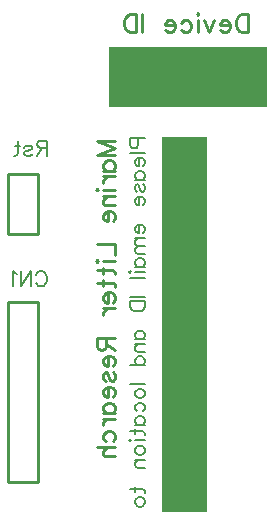
<source format=gbr>
G04 DipTrace 3.0.0.2*
G04 BottomSilk.gbr*
%MOIN*%
G04 #@! TF.FileFunction,Legend,Bot*
G04 #@! TF.Part,Single*
%ADD10C,0.009843*%
%ADD27C,0.00772*%
%ADD28C,0.009264*%
%FSLAX26Y26*%
G04*
G70*
G90*
G75*
G01*
G04 BotSilk*
%LPD*%
X12498Y924973D2*
D10*
X112500D1*
Y325027D1*
X12498D1*
Y924973D1*
X12495Y1350012D2*
X112500D1*
Y1149988D1*
X12495D1*
Y1350012D1*
G36*
X525000Y1475000D2*
X675000D1*
Y225000D1*
X525000D1*
Y1475000D1*
G37*
G36*
X350000Y1775000D2*
X875000D1*
Y1575000D1*
X350000D1*
Y1775000D1*
G37*
X105287Y1015419D2*
D27*
X107664Y1020172D1*
X112472Y1024980D1*
X117225Y1027357D1*
X126787D1*
X131595Y1024980D1*
X136349Y1020172D1*
X138780Y1015419D1*
X141157Y1008234D1*
Y996240D1*
X138780Y989110D1*
X136349Y984302D1*
X131595Y979549D1*
X126787Y977117D1*
X117225D1*
X112472Y979549D1*
X107664Y984302D1*
X105287Y989110D1*
X56354Y1027357D2*
Y977117D1*
X89848Y1027357D1*
Y977117D1*
X40915Y1017740D2*
X36107Y1020172D1*
X28922Y1027302D1*
Y977117D1*
X142402Y1438661D2*
X120902D1*
X113717Y1441093D1*
X111285Y1443470D1*
X108908Y1448223D1*
Y1453032D1*
X111285Y1457785D1*
X113717Y1460217D1*
X120902Y1462593D1*
X142402D1*
Y1412353D1*
X125655Y1438661D2*
X108908Y1412353D1*
X67161Y1438661D2*
X69537Y1443470D1*
X76722Y1445846D1*
X83907D1*
X91093Y1443470D1*
X93469Y1438661D1*
X91093Y1433908D1*
X86284Y1431476D1*
X74346Y1429100D1*
X69537Y1426723D1*
X67161Y1421915D1*
Y1419538D1*
X69537Y1414785D1*
X76722Y1412353D1*
X83907D1*
X91093Y1414785D1*
X93469Y1419538D1*
X44537Y1462593D2*
Y1421915D1*
X42160Y1414785D1*
X37351Y1412353D1*
X32598D1*
X51722Y1445846D2*
X34975D1*
X445798Y1470113D2*
Y1448558D1*
X443422Y1441428D1*
X440990Y1438996D1*
X436237Y1436619D1*
X429052D1*
X424299Y1438996D1*
X421867Y1441428D1*
X419490Y1448558D1*
Y1470113D1*
X469730D1*
X419490Y1421180D2*
X469730D1*
X450607Y1405741D2*
Y1377056D1*
X445798D1*
X440990Y1379433D1*
X438613Y1381809D1*
X436237Y1386618D1*
Y1393803D1*
X438613Y1398556D1*
X443422Y1403364D1*
X450607Y1405741D1*
X455360D1*
X462545Y1403364D1*
X467298Y1398556D1*
X469730Y1393803D1*
Y1386618D1*
X467298Y1381809D1*
X462545Y1377056D1*
X436237Y1332932D2*
X469730D1*
X443422D2*
X438613Y1337685D1*
X436237Y1342494D1*
Y1349623D1*
X438613Y1354432D1*
X443422Y1359185D1*
X450607Y1361617D1*
X455360D1*
X462545Y1359185D1*
X467298Y1354432D1*
X469730Y1349623D1*
Y1342494D1*
X467298Y1337685D1*
X462545Y1332932D1*
X443422Y1291184D2*
X438613Y1293561D1*
X436237Y1300746D1*
Y1307931D1*
X438613Y1315116D1*
X443422Y1317493D1*
X448175Y1315116D1*
X450607Y1310308D1*
X452984Y1298369D1*
X455360Y1293561D1*
X460169Y1291184D1*
X462545D1*
X467298Y1293561D1*
X469730Y1300746D1*
Y1307931D1*
X467298Y1315116D1*
X462545Y1317493D1*
X450607Y1275745D2*
Y1247060D1*
X445798D1*
X440990Y1249437D1*
X438613Y1251813D1*
X436237Y1256622D1*
Y1263807D1*
X438613Y1268560D1*
X443422Y1273369D1*
X450607Y1275745D1*
X455360D1*
X462545Y1273369D1*
X467298Y1268560D1*
X469730Y1263807D1*
Y1256622D1*
X467298Y1251813D1*
X462545Y1247060D1*
X450607Y1183020D2*
Y1154335D1*
X445798D1*
X440990Y1156712D1*
X438613Y1159088D1*
X436237Y1163897D1*
Y1171082D1*
X438613Y1175835D1*
X443422Y1180643D1*
X450607Y1183020D1*
X455360D1*
X462545Y1180643D1*
X467298Y1175835D1*
X469730Y1171082D1*
Y1163897D1*
X467298Y1159088D1*
X462545Y1154335D1*
X436237Y1138896D2*
X469730D1*
X445798D2*
X438613Y1131711D1*
X436237Y1126902D1*
Y1119773D1*
X438613Y1114964D1*
X445798Y1112588D1*
X469730D1*
X445798D2*
X438613Y1105403D1*
X436237Y1100594D1*
Y1093464D1*
X438613Y1088656D1*
X445798Y1086224D1*
X469730D1*
X436237Y1042100D2*
X469730D1*
X443422D2*
X438613Y1046853D1*
X436237Y1051662D1*
Y1058791D1*
X438613Y1063600D1*
X443422Y1068353D1*
X450607Y1070785D1*
X455360D1*
X462545Y1068353D1*
X467298Y1063600D1*
X469730Y1058791D1*
Y1051662D1*
X467298Y1046853D1*
X462545Y1042100D1*
X419490Y1026661D2*
X421867Y1024284D1*
X419490Y1021852D1*
X417058Y1024284D1*
X419490Y1026661D1*
X436237Y1024284D2*
X469730D1*
X419490Y1006413D2*
X469730D1*
X419490Y942373D2*
X469730D1*
X419490Y926934D2*
X469730D1*
Y910187D1*
X467298Y903002D1*
X462545Y898193D1*
X457737Y895817D1*
X450607Y893440D1*
X438613D1*
X431428Y895817D1*
X426675Y898193D1*
X421867Y903002D1*
X419490Y910187D1*
Y926934D1*
X436237Y800715D2*
X469730D1*
X443422D2*
X438613Y805468D1*
X436237Y810277D1*
Y817406D1*
X438613Y822215D1*
X443422Y826968D1*
X450607Y829400D1*
X455360D1*
X462545Y826968D1*
X467298Y822215D1*
X469730Y817406D1*
Y810277D1*
X467298Y805468D1*
X462545Y800715D1*
X436237Y785276D2*
X469730D1*
X445798D2*
X438613Y778091D1*
X436237Y773282D1*
Y766153D1*
X438613Y761344D1*
X445798Y758968D1*
X469730D1*
X419490Y714843D2*
X469730D1*
X443422D2*
X438613Y719597D1*
X436237Y724405D1*
Y731590D1*
X438613Y736343D1*
X443422Y741152D1*
X450607Y743528D1*
X455360D1*
X462545Y741152D1*
X467298Y736343D1*
X469730Y731590D1*
Y724405D1*
X467298Y719597D1*
X462545Y714843D1*
X419490Y650803D2*
X469730D1*
X436237Y623426D2*
X438613Y628179D1*
X443422Y632987D1*
X450607Y635364D1*
X455360D1*
X462545Y632987D1*
X467298Y628179D1*
X469730Y623426D1*
Y616241D1*
X467298Y611432D1*
X462545Y606679D1*
X455360Y604247D1*
X450607D1*
X443422Y606679D1*
X438613Y611432D1*
X436237Y616241D1*
Y623426D1*
X443422Y560068D2*
X438613Y564876D1*
X436237Y569685D1*
Y576814D1*
X438613Y581623D1*
X443422Y586376D1*
X450607Y588808D1*
X455360D1*
X462545Y586376D1*
X467298Y581623D1*
X469730Y576814D1*
Y569685D1*
X467298Y564876D1*
X462545Y560068D1*
X436237Y515944D2*
X469730D1*
X443422D2*
X438613Y520697D1*
X436237Y525505D1*
Y532635D1*
X438613Y537444D1*
X443422Y542197D1*
X450607Y544629D1*
X455360D1*
X462545Y542197D1*
X467298Y537444D1*
X469730Y532635D1*
Y525505D1*
X467298Y520697D1*
X462545Y515944D1*
X419490Y493319D2*
X460169D1*
X467298Y490943D1*
X469730Y486134D1*
Y481381D1*
X436237Y500504D2*
Y483758D1*
X419490Y465942D2*
X421867Y463565D1*
X419490Y461133D1*
X417058Y463565D1*
X419490Y465942D1*
X436237Y463565D2*
X469730D1*
X436237Y433756D2*
X438613Y438509D1*
X443422Y443318D1*
X450607Y445694D1*
X455360D1*
X462545Y443318D1*
X467298Y438509D1*
X469730Y433756D1*
Y426571D1*
X467298Y421763D1*
X462545Y417009D1*
X455360Y414577D1*
X450607D1*
X443422Y417009D1*
X438613Y421763D1*
X436237Y426571D1*
Y433756D1*
Y399138D2*
X469730D1*
X445799D2*
X438613Y391953D1*
X436237Y387145D1*
Y380015D1*
X438613Y375207D1*
X445799Y372830D1*
X469730D1*
X419490Y301605D2*
X460169D1*
X467298Y299228D1*
X469730Y294420D1*
Y289666D1*
X436237Y308790D2*
Y292043D1*
Y262289D2*
X438613Y267042D1*
X443422Y271851D1*
X450607Y274227D1*
X455360D1*
X462545Y271851D1*
X467298Y267042D1*
X469730Y262289D1*
Y255104D1*
X467298Y250296D1*
X462545Y245542D1*
X455360Y243111D1*
X450607D1*
X443422Y245542D1*
X438613Y250296D1*
X436237Y255104D1*
Y262289D1*
X369657Y1415729D2*
D28*
X309369D1*
X369657Y1438677D1*
X309369Y1461625D1*
X369657D1*
X329465Y1362780D2*
X369657D1*
X338087D2*
X332317Y1368484D1*
X329465Y1374254D1*
Y1382810D1*
X332317Y1388580D1*
X338087Y1394284D1*
X346709Y1397202D1*
X352413D1*
X361035Y1394284D1*
X366739Y1388580D1*
X369657Y1382810D1*
Y1374254D1*
X366739Y1368484D1*
X361035Y1362780D1*
X329465Y1344253D2*
X369657D1*
X346709D2*
X338087Y1341335D1*
X332317Y1335631D1*
X329465Y1329861D1*
Y1321239D1*
X309369Y1302712D2*
X312221Y1299860D1*
X309369Y1296941D1*
X306451Y1299860D1*
X309369Y1302712D1*
X329465Y1299860D2*
X369657D1*
X329465Y1278414D2*
X369657D1*
X340939D2*
X332317Y1269792D1*
X329465Y1264022D1*
Y1255466D1*
X332317Y1249696D1*
X340939Y1246844D1*
X369657D1*
X346709Y1228317D2*
Y1193895D1*
X340939D1*
X335169Y1196747D1*
X332317Y1199599D1*
X329465Y1205369D1*
Y1213991D1*
X332317Y1219695D1*
X338087Y1225465D1*
X346709Y1228317D1*
X352413D1*
X361035Y1225465D1*
X366739Y1219695D1*
X369657Y1213991D1*
Y1205369D1*
X366739Y1199599D1*
X361035Y1193895D1*
X309369Y1117047D2*
X369657D1*
Y1082625D1*
X309369Y1064098D2*
X312221Y1061246D1*
X309369Y1058328D1*
X306451Y1061246D1*
X309369Y1064098D1*
X329465Y1061246D2*
X369657D1*
X309369Y1031179D2*
X358183D1*
X366739Y1028327D1*
X369657Y1022557D1*
Y1016853D1*
X329465Y1039801D2*
Y1019705D1*
X309369Y989704D2*
X358183D1*
X366739Y986852D1*
X369657Y981082D1*
Y975378D1*
X329465Y998326D2*
Y978230D1*
X346709Y956851D2*
Y922429D1*
X340939D1*
X335169Y925281D1*
X332317Y928133D1*
X329465Y933903D1*
Y942525D1*
X332317Y948229D1*
X338087Y953999D1*
X346709Y956851D1*
X352413D1*
X361035Y953999D1*
X366739Y948229D1*
X369657Y942525D1*
Y933903D1*
X366739Y928133D1*
X361035Y922429D1*
X329465Y903902D2*
X369657D1*
X346709D2*
X338087Y900984D1*
X332317Y895280D1*
X329465Y889510D1*
Y880888D1*
X338087Y804039D2*
Y778240D1*
X335169Y769618D1*
X332317Y766699D1*
X326613Y763847D1*
X320843D1*
X315139Y766699D1*
X312221Y769618D1*
X309369Y778240D1*
Y804040D1*
X369657Y804039D1*
X338087Y783943D2*
X369657Y763847D1*
X346709Y745320D2*
Y710899D1*
X340939D1*
X335169Y713750D1*
X332317Y716602D1*
X329465Y722372D1*
Y730995D1*
X332317Y736698D1*
X338087Y742468D1*
X346709Y745320D1*
X352413D1*
X361035Y742468D1*
X366739Y736698D1*
X369657Y730995D1*
Y722372D1*
X366739Y716602D1*
X361035Y710899D1*
X338087Y660801D2*
X332317Y663653D1*
X329465Y672275D1*
Y680897D1*
X332317Y689520D1*
X338087Y692371D1*
X343791Y689520D1*
X346709Y683749D1*
X349561Y669424D1*
X352413Y663653D1*
X358183Y660801D1*
X361035D1*
X366739Y663653D1*
X369657Y672275D1*
Y680897D1*
X366739Y689520D1*
X361035Y692371D1*
X346709Y642274D2*
Y607853D1*
X340939D1*
X335169Y610704D1*
X332317Y613556D1*
X329465Y619326D1*
Y627949D1*
X332317Y633652D1*
X338087Y639422D1*
X346709Y642274D1*
X352413D1*
X361035Y639422D1*
X366739Y633652D1*
X369657Y627949D1*
Y619326D1*
X366739Y613556D1*
X361035Y607853D1*
X329465Y554904D2*
X369657D1*
X338087D2*
X332317Y560607D1*
X329465Y566378D1*
Y574933D1*
X332317Y580703D1*
X338087Y586407D1*
X346709Y589325D1*
X352413D1*
X361035Y586407D1*
X366739Y580703D1*
X369657Y574933D1*
Y566378D1*
X366739Y560607D1*
X361035Y554904D1*
X329465Y536376D2*
X369657D1*
X346709D2*
X338087Y533458D1*
X332317Y527754D1*
X329465Y521984D1*
Y513362D1*
X338087Y460347D2*
X332317Y466117D1*
X329465Y471887D1*
Y480443D1*
X332317Y486213D1*
X338087Y491917D1*
X346709Y494835D1*
X352413D1*
X361035Y491917D1*
X366739Y486213D1*
X369657Y480443D1*
Y471887D1*
X366739Y466117D1*
X361035Y460347D1*
X309369Y441820D2*
X369657D1*
X340939D2*
X332317Y433198D1*
X329465Y427428D1*
Y418806D1*
X332317Y413102D1*
X340939Y410250D1*
X369657D1*
X811919Y1884281D2*
Y1823993D1*
X791823D1*
X783201Y1826911D1*
X777431Y1832615D1*
X774579Y1838385D1*
X771727Y1846941D1*
Y1861333D1*
X774579Y1869955D1*
X777431Y1875659D1*
X783201Y1881429D1*
X791823Y1884281D1*
X811919D1*
X753200Y1846941D2*
X718778D1*
Y1852711D1*
X721630Y1858481D1*
X724482Y1861333D1*
X730252Y1864185D1*
X738874D1*
X744578Y1861333D1*
X750348Y1855563D1*
X753200Y1846941D1*
Y1841237D1*
X750348Y1832615D1*
X744578Y1826911D1*
X738874Y1823993D1*
X730252D1*
X724482Y1826911D1*
X718778Y1832615D1*
X700251Y1864185D2*
X683007Y1823993D1*
X665829Y1864185D1*
X647302Y1884281D2*
X644450Y1881429D1*
X641532Y1884281D1*
X644450Y1887199D1*
X647302Y1884281D1*
X644450Y1864185D2*
Y1823993D1*
X588517Y1855563D2*
X594287Y1861333D1*
X600057Y1864185D1*
X608613D1*
X614383Y1861333D1*
X620087Y1855563D1*
X623005Y1846941D1*
Y1841237D1*
X620087Y1832615D1*
X614383Y1826911D1*
X608613Y1823993D1*
X600057D1*
X594287Y1826911D1*
X588517Y1832615D1*
X569990Y1846941D2*
X535568D1*
Y1852711D1*
X538420Y1858481D1*
X541272Y1861333D1*
X547042Y1864185D1*
X555664D1*
X561368Y1861333D1*
X567138Y1855563D1*
X569990Y1846941D1*
Y1841237D1*
X567138Y1832615D1*
X561368Y1826911D1*
X555664Y1823993D1*
X547042D1*
X541272Y1826911D1*
X535568Y1832615D1*
X458720Y1884281D2*
Y1823993D1*
X440193Y1884281D2*
Y1823993D1*
X420097D1*
X411474Y1826911D1*
X405704Y1832615D1*
X402852Y1838385D1*
X400001Y1846941D1*
Y1861333D1*
X402852Y1869955D1*
X405704Y1875659D1*
X411474Y1881429D1*
X420097Y1884281D1*
X440193D1*
M02*

</source>
